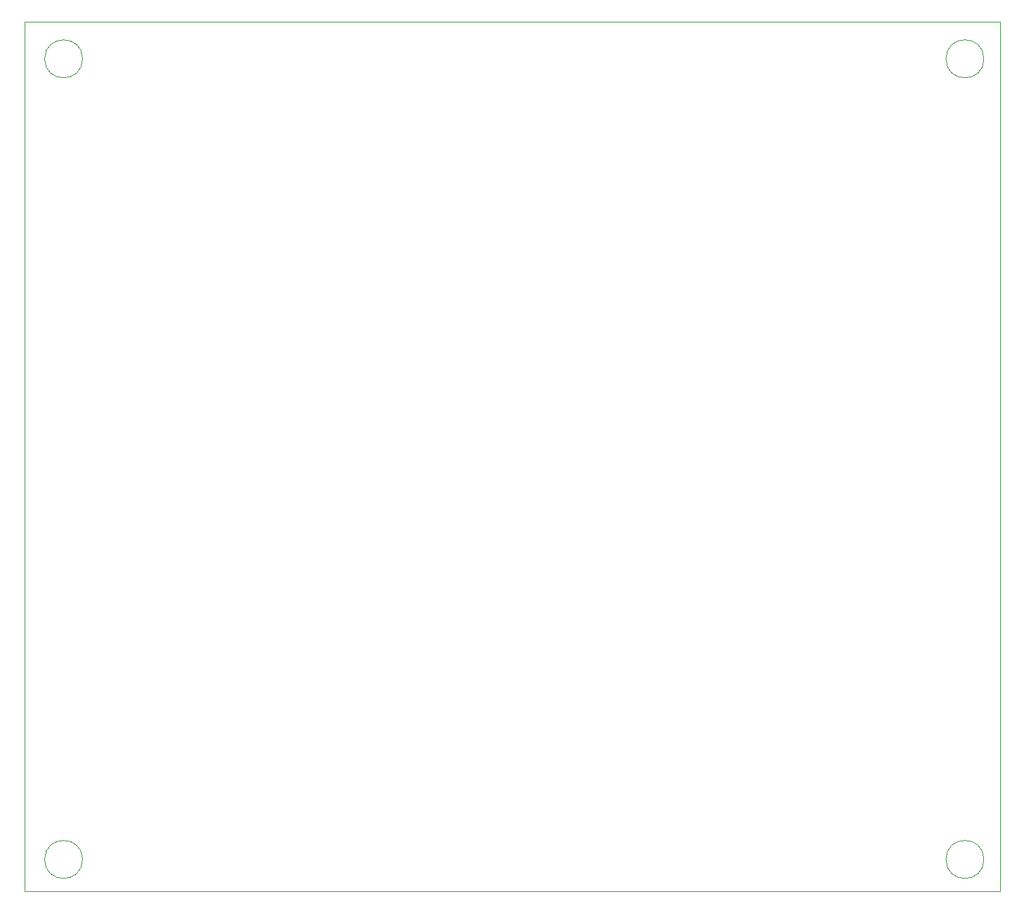
<source format=gbr>
%TF.GenerationSoftware,KiCad,Pcbnew,(5.1.6)-1*%
%TF.CreationDate,2020-08-02T22:15:59-07:00*%
%TF.ProjectId,TRS-IO-M1,5452532d-494f-42d4-9d31-2e6b69636164,rev?*%
%TF.SameCoordinates,Original*%
%TF.FileFunction,Profile,NP*%
%FSLAX46Y46*%
G04 Gerber Fmt 4.6, Leading zero omitted, Abs format (unit mm)*
G04 Created by KiCad (PCBNEW (5.1.6)-1) date 2020-08-02 22:15:59*
%MOMM*%
%LPD*%
G01*
G04 APERTURE LIST*
%TA.AperFunction,Profile*%
%ADD10C,0.050000*%
%TD*%
G04 APERTURE END LIST*
D10*
X151130000Y25400000D02*
G75*
G03*
X151130000Y25400000I-2289525J0D01*
G01*
X42545000Y25400000D02*
G75*
G03*
X42545000Y25400000I-2289525J0D01*
G01*
X42545000Y-71120000D02*
G75*
G03*
X42545000Y-71120000I-2289525J0D01*
G01*
X151130000Y-71120000D02*
G75*
G03*
X151130000Y-71120000I-2289525J0D01*
G01*
X35560000Y-74930000D02*
X35560000Y29845000D01*
X153035000Y-74930000D02*
X35560000Y-74930000D01*
X153035000Y29845000D02*
X153035000Y-74930000D01*
X35560000Y29845000D02*
X153035000Y29845000D01*
M02*

</source>
